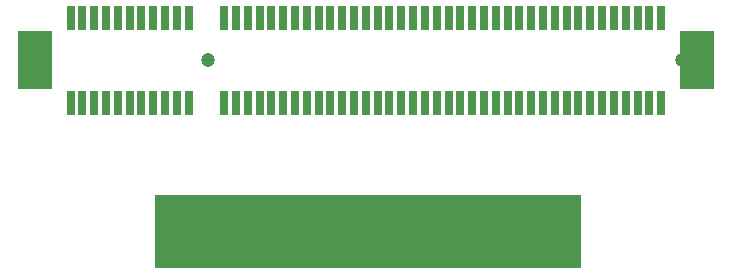
<source format=gbs>
%TF.GenerationSoftware,KiCad,Pcbnew,(6.0.1)*%
%TF.CreationDate,2022-02-11T10:22:36+08:00*%
%TF.ProjectId,Wyse-5070-PCIe-Riser,57797365-2d35-4303-9730-2d504349652d,rev?*%
%TF.SameCoordinates,Original*%
%TF.FileFunction,Soldermask,Bot*%
%TF.FilePolarity,Negative*%
%FSLAX46Y46*%
G04 Gerber Fmt 4.6, Leading zero omitted, Abs format (unit mm)*
G04 Created by KiCad (PCBNEW (6.0.1)) date 2022-02-11 10:22:36*
%MOMM*%
%LPD*%
G01*
G04 APERTURE LIST*
%ADD10C,0.050000*%
%ADD11C,1.200000*%
%ADD12R,3.000000X5.000000*%
%ADD13R,0.700000X2.000000*%
%ADD14R,0.700000X3.200000*%
%ADD15R,0.700000X4.300000*%
G04 APERTURE END LIST*
D10*
X137000000Y-144400000D02*
X173000000Y-144400000D01*
X173000000Y-144400000D02*
X173000000Y-150500000D01*
X173000000Y-150500000D02*
X137000000Y-150500000D01*
X137000000Y-150500000D02*
X137000000Y-144400000D01*
G36*
X137000000Y-144400000D02*
G01*
X173000000Y-144400000D01*
X173000000Y-150500000D01*
X137000000Y-150500000D01*
X137000000Y-144400000D01*
G37*
D11*
%TO.C,J2*%
X181650000Y-133000000D03*
D12*
X126850000Y-133000000D03*
X182850000Y-133000000D03*
D11*
X141500000Y-133000000D03*
D13*
X129850000Y-136600000D03*
X130850000Y-136600000D03*
X131850000Y-136600000D03*
X132850000Y-136600000D03*
X133850000Y-136600000D03*
X134850000Y-136600000D03*
X135850000Y-136600000D03*
X136850000Y-136600000D03*
X137850000Y-136600000D03*
X138850000Y-136600000D03*
X139850000Y-136600000D03*
X142850000Y-136600000D03*
X143850000Y-136600000D03*
X144850000Y-136600000D03*
X145850000Y-136600000D03*
X146850000Y-136600000D03*
X147850000Y-136600000D03*
X148850000Y-136600000D03*
X149850000Y-136600000D03*
X150850000Y-136600000D03*
X151850000Y-136600000D03*
X152850000Y-136600000D03*
X153850000Y-136600000D03*
X154850000Y-136600000D03*
X155850000Y-136600000D03*
X156850000Y-136600000D03*
X157850000Y-136600000D03*
X158850000Y-136600000D03*
X159850000Y-136600000D03*
X160850000Y-136600000D03*
X161850000Y-136600000D03*
X162850000Y-136600000D03*
X163850000Y-136600000D03*
X164850000Y-136600000D03*
X165850000Y-136600000D03*
X166850000Y-136600000D03*
X167850000Y-136600000D03*
X168850000Y-136600000D03*
X169850000Y-136600000D03*
X170850000Y-136600000D03*
X171850000Y-136600000D03*
X172850000Y-136600000D03*
X173850000Y-136600000D03*
X174850000Y-136600000D03*
X175850000Y-136600000D03*
X176850000Y-136600000D03*
X177850000Y-136600000D03*
X178850000Y-136600000D03*
X179850000Y-136600000D03*
X129850000Y-129400000D03*
X130850000Y-129400000D03*
X131850000Y-129400000D03*
X132850000Y-129400000D03*
X133850000Y-129400000D03*
X134850000Y-129400000D03*
X135850000Y-129400000D03*
X136850000Y-129400000D03*
X137850000Y-129400000D03*
X138850000Y-129400000D03*
X139850000Y-129400000D03*
X142850000Y-129400000D03*
X143850000Y-129400000D03*
X144850000Y-129400000D03*
X145850000Y-129400000D03*
X146850000Y-129400000D03*
X147850000Y-129400000D03*
X148850000Y-129400000D03*
X149850000Y-129400000D03*
X150850000Y-129400000D03*
X151850000Y-129400000D03*
X152850000Y-129400000D03*
X153850000Y-129400000D03*
X154850000Y-129400000D03*
X155850000Y-129400000D03*
X156850000Y-129400000D03*
X157850000Y-129400000D03*
X158850000Y-129400000D03*
X159850000Y-129400000D03*
X160850000Y-129400000D03*
X161850000Y-129400000D03*
X162850000Y-129400000D03*
X163850000Y-129400000D03*
X164850000Y-129400000D03*
X165850000Y-129400000D03*
X166850000Y-129400000D03*
X167850000Y-129400000D03*
X168850000Y-129400000D03*
X169850000Y-129400000D03*
X170850000Y-129400000D03*
X171850000Y-129400000D03*
X172850000Y-129400000D03*
X173850000Y-129400000D03*
X174850000Y-129400000D03*
X175850000Y-129400000D03*
X176850000Y-129400000D03*
X177850000Y-129400000D03*
X178850000Y-129400000D03*
X179850000Y-129400000D03*
%TD*%
D14*
%TO.C,J1*%
X138500000Y-146000000D03*
D15*
X139500000Y-146550000D03*
X140500000Y-146550000D03*
X141500000Y-146550000D03*
X142500000Y-146550000D03*
X143500000Y-146550000D03*
X144500000Y-146550000D03*
X145500000Y-146550000D03*
X146500000Y-146550000D03*
X147500000Y-146550000D03*
X148500000Y-146550000D03*
X151500000Y-146550000D03*
X152500000Y-146550000D03*
X153500000Y-146550000D03*
X154500000Y-146550000D03*
X155500000Y-146550000D03*
X156500000Y-146550000D03*
X157500000Y-146550000D03*
X158500000Y-146550000D03*
X159500000Y-146550000D03*
X160500000Y-146550000D03*
X161500000Y-146550000D03*
X162500000Y-146550000D03*
X163500000Y-146550000D03*
X164500000Y-146550000D03*
X165500000Y-146550000D03*
X166500000Y-146550000D03*
X167500000Y-146550000D03*
X168500000Y-146550000D03*
X169500000Y-146550000D03*
X170500000Y-146550000D03*
X171500000Y-146550000D03*
%TD*%
M02*

</source>
